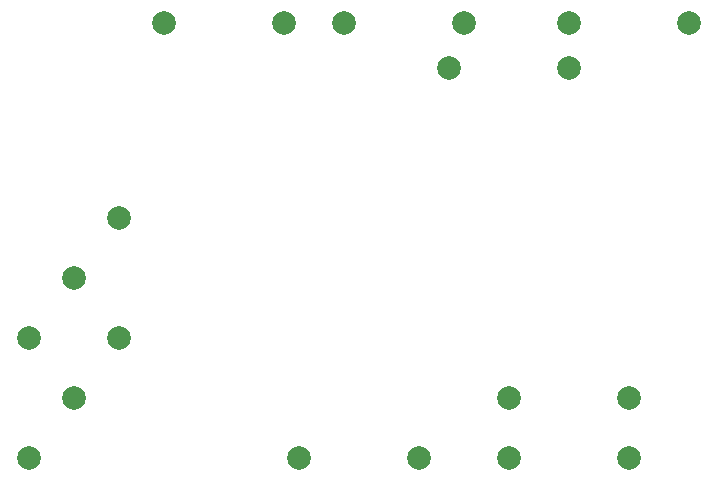
<source format=gbo>
%TF.GenerationSoftware,KiCad,Pcbnew,(6.0.8)*%
%TF.CreationDate,2022-10-08T06:19:35+02:00*%
%TF.ProjectId,BatteryTester,42617474-6572-4795-9465-737465722e6b,rev?*%
%TF.SameCoordinates,Original*%
%TF.FileFunction,Legend,Bot*%
%TF.FilePolarity,Positive*%
%FSLAX46Y46*%
G04 Gerber Fmt 4.6, Leading zero omitted, Abs format (unit mm)*
G04 Created by KiCad (PCBNEW (6.0.8)) date 2022-10-08 06:19:35*
%MOMM*%
%LPD*%
G01*
G04 APERTURE LIST*
%ADD10C,1.998980*%
G04 APERTURE END LIST*
D10*
%TO.C,R1*%
X153670000Y-86360000D03*
X153670000Y-96520000D03*
%TD*%
%TO.C,R2*%
X176530000Y-96520000D03*
X186690000Y-96520000D03*
%TD*%
%TO.C,R3*%
X165100000Y-59690000D03*
X175260000Y-59690000D03*
%TD*%
%TO.C,R5*%
X180340000Y-59690000D03*
X190500000Y-59690000D03*
%TD*%
%TO.C,R7*%
X199390000Y-59690000D03*
X209550000Y-59690000D03*
%TD*%
%TO.C,R9*%
X199390000Y-63500000D03*
X189230000Y-63500000D03*
%TD*%
%TO.C,R11*%
X157480000Y-81280000D03*
X157480000Y-91440000D03*
%TD*%
%TO.C,R12*%
X204470000Y-96520000D03*
X194310000Y-96520000D03*
%TD*%
%TO.C,R13*%
X161290000Y-76200000D03*
X161290000Y-86360000D03*
%TD*%
%TO.C,R14*%
X204470000Y-91440000D03*
X194310000Y-91440000D03*
%TD*%
M02*

</source>
